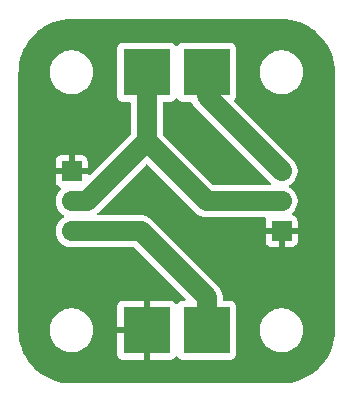
<source format=gbr>
%TF.GenerationSoftware,KiCad,Pcbnew,9.0.7*%
%TF.CreationDate,2026-01-27T19:55:09-08:00*%
%TF.ProjectId,gm_pogopin,676d5f70-6f67-46f7-9069-6e2e6b696361,rev?*%
%TF.SameCoordinates,Original*%
%TF.FileFunction,Copper,L1,Top*%
%TF.FilePolarity,Positive*%
%FSLAX46Y46*%
G04 Gerber Fmt 4.6, Leading zero omitted, Abs format (unit mm)*
G04 Created by KiCad (PCBNEW 9.0.7) date 2026-01-27 19:55:09*
%MOMM*%
%LPD*%
G01*
G04 APERTURE LIST*
%TA.AperFunction,ComponentPad*%
%ADD10R,1.700000X1.700000*%
%TD*%
%TA.AperFunction,ComponentPad*%
%ADD11C,1.700000*%
%TD*%
%TA.AperFunction,SMDPad,CuDef*%
%ADD12R,4.000000X4.000000*%
%TD*%
%TA.AperFunction,ViaPad*%
%ADD13C,1.000000*%
%TD*%
%TA.AperFunction,Conductor*%
%ADD14C,1.700000*%
%TD*%
G04 APERTURE END LIST*
D10*
%TO.P,J2,1,Pin_1*%
%TO.N,GND*%
X163830000Y-89662000D03*
D11*
%TO.P,J2,2,Pin_2*%
%TO.N,VCC*%
X163830000Y-87122000D03*
%TO.P,J2,3,Pin_3*%
%TO.N,/DATA2*%
X163830000Y-84582000D03*
%TD*%
D12*
%TO.P,DATA2,1,Pin_1*%
%TO.N,/DATA2*%
X157480000Y-76200000D03*
%TD*%
%TO.P,VAV,1,Pin_1*%
%TO.N,VCC*%
X152400000Y-76200000D03*
%TD*%
%TO.P,GND,1,Pin_1*%
%TO.N,GND*%
X152400000Y-98044000D03*
%TD*%
%TO.P,DATA1,1,Pin_1*%
%TO.N,/DATA1*%
X157480000Y-98044000D03*
%TD*%
D10*
%TO.P,J1,1,Pin_1*%
%TO.N,GND*%
X146050000Y-84582000D03*
D11*
%TO.P,J1,2,Pin_2*%
%TO.N,VCC*%
X146050000Y-87122000D03*
%TO.P,J1,3,Pin_3*%
%TO.N,/DATA1*%
X146050000Y-89662000D03*
%TD*%
D13*
%TO.N,GND*%
X157850000Y-83300000D03*
X146000000Y-80500000D03*
X163780000Y-80500000D03*
X163805000Y-93500000D03*
X146000000Y-93500000D03*
%TD*%
D14*
%TO.N,/DATA1*%
X157480000Y-95230000D02*
X157480000Y-98044000D01*
X151912000Y-89662000D02*
X157480000Y-95230000D01*
X146050000Y-89662000D02*
X151912000Y-89662000D01*
%TO.N,/DATA2*%
X157480000Y-78232000D02*
X163830000Y-84582000D01*
X157480000Y-76200000D02*
X157480000Y-78232000D01*
%TO.N,VCC*%
X157488000Y-87122000D02*
X152400000Y-82034000D01*
X163830000Y-87122000D02*
X157488000Y-87122000D01*
X147312000Y-87122000D02*
X146050000Y-87122000D01*
X152400000Y-82034000D02*
X147312000Y-87122000D01*
X152400000Y-76200000D02*
X152400000Y-82034000D01*
%TD*%
%TA.AperFunction,Conductor*%
%TO.N,GND*%
G36*
X155027682Y-78433052D02*
G01*
X155039263Y-78446417D01*
X155122454Y-78557546D01*
X155142214Y-78572338D01*
X155237664Y-78643793D01*
X155237671Y-78643797D01*
X155372517Y-78694091D01*
X155372516Y-78694091D01*
X155379444Y-78694835D01*
X155432127Y-78700500D01*
X156127023Y-78700499D01*
X156194062Y-78720183D01*
X156237508Y-78768204D01*
X156324951Y-78939819D01*
X156449889Y-79111784D01*
X156449893Y-79111788D01*
X156449896Y-79111792D01*
X156600208Y-79262104D01*
X156604538Y-79266434D01*
X156604549Y-79266444D01*
X162897923Y-85559819D01*
X162931408Y-85621142D01*
X162926424Y-85690834D01*
X162884552Y-85746767D01*
X162819088Y-85771184D01*
X162810242Y-85771500D01*
X158098757Y-85771500D01*
X158031718Y-85751815D01*
X158011076Y-85735181D01*
X153786819Y-81510924D01*
X153753334Y-81449601D01*
X153750500Y-81423243D01*
X153750500Y-78824499D01*
X153770185Y-78757460D01*
X153822989Y-78711705D01*
X153874500Y-78700499D01*
X154447871Y-78700499D01*
X154447872Y-78700499D01*
X154507483Y-78694091D01*
X154642331Y-78643796D01*
X154757546Y-78557546D01*
X154840734Y-78446421D01*
X154896667Y-78404551D01*
X154966359Y-78399567D01*
X155027682Y-78433052D01*
G37*
%TD.AperFunction*%
%TA.AperFunction,Conductor*%
G36*
X163832702Y-71700617D02*
G01*
X164216771Y-71717386D01*
X164227506Y-71718326D01*
X164605971Y-71768152D01*
X164616597Y-71770025D01*
X164989284Y-71852648D01*
X164999710Y-71855442D01*
X165363765Y-71970227D01*
X165373911Y-71973920D01*
X165726578Y-72120000D01*
X165736369Y-72124566D01*
X166074942Y-72300816D01*
X166084310Y-72306224D01*
X166406244Y-72511318D01*
X166415105Y-72517523D01*
X166717930Y-72749889D01*
X166726217Y-72756843D01*
X167007635Y-73014715D01*
X167015284Y-73022364D01*
X167273156Y-73303782D01*
X167280110Y-73312069D01*
X167512476Y-73614894D01*
X167518681Y-73623755D01*
X167723775Y-73945689D01*
X167729183Y-73955057D01*
X167905430Y-74293623D01*
X167910002Y-74303427D01*
X168056075Y-74656078D01*
X168059775Y-74666244D01*
X168174554Y-75030278D01*
X168177354Y-75040727D01*
X168259971Y-75413389D01*
X168261849Y-75424042D01*
X168311671Y-75802473D01*
X168312614Y-75813249D01*
X168329382Y-76197297D01*
X168329500Y-76202706D01*
X168329500Y-98041293D01*
X168329382Y-98046702D01*
X168312614Y-98430750D01*
X168311671Y-98441526D01*
X168261849Y-98819957D01*
X168259971Y-98830610D01*
X168177354Y-99203272D01*
X168174554Y-99213721D01*
X168059775Y-99577755D01*
X168056075Y-99587921D01*
X167910002Y-99940572D01*
X167905430Y-99950376D01*
X167729183Y-100288942D01*
X167723775Y-100298310D01*
X167518681Y-100620244D01*
X167512476Y-100629105D01*
X167280110Y-100931930D01*
X167273156Y-100940217D01*
X167015284Y-101221635D01*
X167007635Y-101229284D01*
X166726217Y-101487156D01*
X166717930Y-101494110D01*
X166415105Y-101726476D01*
X166406244Y-101732681D01*
X166084310Y-101937775D01*
X166074942Y-101943183D01*
X165736376Y-102119430D01*
X165726572Y-102124002D01*
X165373921Y-102270075D01*
X165363755Y-102273775D01*
X164999721Y-102388554D01*
X164989272Y-102391354D01*
X164616610Y-102473971D01*
X164605957Y-102475849D01*
X164227526Y-102525671D01*
X164216750Y-102526614D01*
X163832703Y-102543382D01*
X163827294Y-102543500D01*
X146052706Y-102543500D01*
X146047297Y-102543382D01*
X145663249Y-102526614D01*
X145652473Y-102525671D01*
X145274042Y-102475849D01*
X145263389Y-102473971D01*
X144890727Y-102391354D01*
X144880278Y-102388554D01*
X144516244Y-102273775D01*
X144506078Y-102270075D01*
X144153427Y-102124002D01*
X144143623Y-102119430D01*
X143805057Y-101943183D01*
X143795689Y-101937775D01*
X143473755Y-101732681D01*
X143464894Y-101726476D01*
X143162069Y-101494110D01*
X143153782Y-101487156D01*
X142872364Y-101229284D01*
X142864715Y-101221635D01*
X142606843Y-100940217D01*
X142599889Y-100931930D01*
X142367523Y-100629105D01*
X142361318Y-100620244D01*
X142156224Y-100298310D01*
X142150816Y-100288942D01*
X142079205Y-100151379D01*
X142048213Y-100091844D01*
X149900000Y-100091844D01*
X149906401Y-100151372D01*
X149906403Y-100151379D01*
X149956645Y-100286086D01*
X149956649Y-100286093D01*
X150042809Y-100401187D01*
X150042812Y-100401190D01*
X150157906Y-100487350D01*
X150157913Y-100487354D01*
X150292620Y-100537596D01*
X150292627Y-100537598D01*
X150352155Y-100543999D01*
X150352172Y-100544000D01*
X152150000Y-100544000D01*
X152150000Y-98294000D01*
X149900000Y-98294000D01*
X149900000Y-100091844D01*
X142048213Y-100091844D01*
X141974566Y-99950369D01*
X141969997Y-99940572D01*
X141823920Y-99587911D01*
X141820224Y-99577755D01*
X141705442Y-99213710D01*
X141702648Y-99203284D01*
X141620025Y-98830597D01*
X141618152Y-98819971D01*
X141568326Y-98441506D01*
X141567386Y-98430771D01*
X141550618Y-98046702D01*
X141550500Y-98041293D01*
X141550500Y-97922711D01*
X144199500Y-97922711D01*
X144199500Y-98165288D01*
X144231161Y-98405785D01*
X144293947Y-98640104D01*
X144386773Y-98864205D01*
X144386776Y-98864212D01*
X144508064Y-99074289D01*
X144508066Y-99074292D01*
X144508067Y-99074293D01*
X144655733Y-99266736D01*
X144655739Y-99266743D01*
X144827256Y-99438260D01*
X144827262Y-99438265D01*
X145019711Y-99585936D01*
X145229788Y-99707224D01*
X145453900Y-99800054D01*
X145688211Y-99862838D01*
X145868586Y-99886584D01*
X145928711Y-99894500D01*
X145928712Y-99894500D01*
X146171289Y-99894500D01*
X146219388Y-99888167D01*
X146411789Y-99862838D01*
X146646100Y-99800054D01*
X146870212Y-99707224D01*
X147080289Y-99585936D01*
X147272738Y-99438265D01*
X147444265Y-99266738D01*
X147591936Y-99074289D01*
X147713224Y-98864212D01*
X147806054Y-98640100D01*
X147868838Y-98405789D01*
X147900500Y-98165288D01*
X147900500Y-97922712D01*
X147868838Y-97682211D01*
X147806054Y-97447900D01*
X147713224Y-97223788D01*
X147591936Y-97013711D01*
X147444265Y-96821262D01*
X147444260Y-96821256D01*
X147272743Y-96649739D01*
X147272736Y-96649733D01*
X147080293Y-96502067D01*
X147080292Y-96502066D01*
X147080289Y-96502064D01*
X146870212Y-96380776D01*
X146870205Y-96380773D01*
X146646104Y-96287947D01*
X146411785Y-96225161D01*
X146171289Y-96193500D01*
X146171288Y-96193500D01*
X145928712Y-96193500D01*
X145928711Y-96193500D01*
X145688214Y-96225161D01*
X145453895Y-96287947D01*
X145229794Y-96380773D01*
X145229785Y-96380777D01*
X145019706Y-96502067D01*
X144827263Y-96649733D01*
X144827256Y-96649739D01*
X144655739Y-96821256D01*
X144655733Y-96821263D01*
X144508067Y-97013706D01*
X144386777Y-97223785D01*
X144386773Y-97223794D01*
X144293947Y-97447895D01*
X144231161Y-97682214D01*
X144199500Y-97922711D01*
X141550500Y-97922711D01*
X141550500Y-95996155D01*
X149900000Y-95996155D01*
X149900000Y-97794000D01*
X152150000Y-97794000D01*
X152150000Y-95544000D01*
X150352155Y-95544000D01*
X150292627Y-95550401D01*
X150292620Y-95550403D01*
X150157913Y-95600645D01*
X150157906Y-95600649D01*
X150042812Y-95686809D01*
X150042809Y-95686812D01*
X149956649Y-95801906D01*
X149956645Y-95801913D01*
X149906403Y-95936620D01*
X149906401Y-95936627D01*
X149900000Y-95996155D01*
X141550500Y-95996155D01*
X141550500Y-87015713D01*
X144699500Y-87015713D01*
X144699500Y-87228286D01*
X144732753Y-87438239D01*
X144798444Y-87640414D01*
X144894951Y-87829820D01*
X145019890Y-88001786D01*
X145170213Y-88152109D01*
X145342182Y-88277050D01*
X145350946Y-88281516D01*
X145401742Y-88329491D01*
X145418536Y-88397312D01*
X145395998Y-88463447D01*
X145350946Y-88502484D01*
X145342182Y-88506949D01*
X145170213Y-88631890D01*
X145019890Y-88782213D01*
X144894951Y-88954179D01*
X144798444Y-89143585D01*
X144732753Y-89345760D01*
X144699500Y-89555713D01*
X144699500Y-89768286D01*
X144732753Y-89978239D01*
X144798444Y-90180414D01*
X144894951Y-90369820D01*
X145019890Y-90541786D01*
X145170213Y-90692109D01*
X145342179Y-90817048D01*
X145342181Y-90817049D01*
X145342184Y-90817051D01*
X145531588Y-90913557D01*
X145733757Y-90979246D01*
X145943713Y-91012500D01*
X151301243Y-91012500D01*
X151368282Y-91032185D01*
X151388924Y-91048819D01*
X155671924Y-95331819D01*
X155705409Y-95393142D01*
X155700425Y-95462834D01*
X155658553Y-95518767D01*
X155593089Y-95543184D01*
X155584244Y-95543500D01*
X155432130Y-95543500D01*
X155432123Y-95543501D01*
X155372516Y-95549908D01*
X155237671Y-95600202D01*
X155237664Y-95600206D01*
X155122455Y-95686452D01*
X155038953Y-95797995D01*
X154983019Y-95839865D01*
X154913327Y-95844849D01*
X154852004Y-95811363D01*
X154840420Y-95797994D01*
X154757186Y-95686809D01*
X154642093Y-95600649D01*
X154642086Y-95600645D01*
X154507379Y-95550403D01*
X154507372Y-95550401D01*
X154447844Y-95544000D01*
X152650000Y-95544000D01*
X152650000Y-100544000D01*
X154447828Y-100544000D01*
X154447844Y-100543999D01*
X154507372Y-100537598D01*
X154507379Y-100537596D01*
X154642086Y-100487354D01*
X154642093Y-100487350D01*
X154757186Y-100401191D01*
X154840420Y-100290005D01*
X154896354Y-100248134D01*
X154966045Y-100243150D01*
X155027368Y-100276635D01*
X155038953Y-100290004D01*
X155045171Y-100298310D01*
X155122187Y-100401190D01*
X155122455Y-100401547D01*
X155237664Y-100487793D01*
X155237671Y-100487797D01*
X155372517Y-100538091D01*
X155372516Y-100538091D01*
X155379444Y-100538835D01*
X155432127Y-100544500D01*
X159527872Y-100544499D01*
X159587483Y-100538091D01*
X159722331Y-100487796D01*
X159837546Y-100401546D01*
X159923796Y-100286331D01*
X159974091Y-100151483D01*
X159980500Y-100091873D01*
X159980499Y-97922711D01*
X161979500Y-97922711D01*
X161979500Y-98165288D01*
X162011161Y-98405785D01*
X162073947Y-98640104D01*
X162166773Y-98864205D01*
X162166776Y-98864212D01*
X162288064Y-99074289D01*
X162288066Y-99074292D01*
X162288067Y-99074293D01*
X162435733Y-99266736D01*
X162435739Y-99266743D01*
X162607256Y-99438260D01*
X162607262Y-99438265D01*
X162799711Y-99585936D01*
X163009788Y-99707224D01*
X163233900Y-99800054D01*
X163468211Y-99862838D01*
X163648586Y-99886584D01*
X163708711Y-99894500D01*
X163708712Y-99894500D01*
X163951289Y-99894500D01*
X163999388Y-99888167D01*
X164191789Y-99862838D01*
X164426100Y-99800054D01*
X164650212Y-99707224D01*
X164860289Y-99585936D01*
X165052738Y-99438265D01*
X165224265Y-99266738D01*
X165371936Y-99074289D01*
X165493224Y-98864212D01*
X165586054Y-98640100D01*
X165648838Y-98405789D01*
X165680500Y-98165288D01*
X165680500Y-97922712D01*
X165648838Y-97682211D01*
X165586054Y-97447900D01*
X165493224Y-97223788D01*
X165371936Y-97013711D01*
X165224265Y-96821262D01*
X165224260Y-96821256D01*
X165052743Y-96649739D01*
X165052736Y-96649733D01*
X164860293Y-96502067D01*
X164860292Y-96502066D01*
X164860289Y-96502064D01*
X164650212Y-96380776D01*
X164650205Y-96380773D01*
X164426104Y-96287947D01*
X164191785Y-96225161D01*
X163951289Y-96193500D01*
X163951288Y-96193500D01*
X163708712Y-96193500D01*
X163708711Y-96193500D01*
X163468214Y-96225161D01*
X163233895Y-96287947D01*
X163009794Y-96380773D01*
X163009785Y-96380777D01*
X162799706Y-96502067D01*
X162607263Y-96649733D01*
X162607256Y-96649739D01*
X162435739Y-96821256D01*
X162435733Y-96821263D01*
X162288067Y-97013706D01*
X162166777Y-97223785D01*
X162166773Y-97223794D01*
X162073947Y-97447895D01*
X162011161Y-97682214D01*
X161979500Y-97922711D01*
X159980499Y-97922711D01*
X159980499Y-95996128D01*
X159974091Y-95936517D01*
X159923884Y-95801906D01*
X159923797Y-95801671D01*
X159923793Y-95801664D01*
X159837547Y-95686455D01*
X159837544Y-95686452D01*
X159722335Y-95600206D01*
X159722328Y-95600202D01*
X159587482Y-95549908D01*
X159587483Y-95549908D01*
X159527883Y-95543501D01*
X159527881Y-95543500D01*
X159527873Y-95543500D01*
X159527865Y-95543500D01*
X158954500Y-95543500D01*
X158887461Y-95523815D01*
X158841706Y-95471011D01*
X158830500Y-95419500D01*
X158830500Y-95123713D01*
X158797246Y-94913760D01*
X158797246Y-94913757D01*
X158731557Y-94711588D01*
X158635051Y-94522184D01*
X158635049Y-94522181D01*
X158635048Y-94522179D01*
X158510109Y-94350213D01*
X158359791Y-94199895D01*
X154108214Y-89948319D01*
X152946444Y-88786549D01*
X152946435Y-88786539D01*
X152924051Y-88764155D01*
X152791792Y-88631896D01*
X152791788Y-88631893D01*
X152791784Y-88631889D01*
X152619820Y-88506951D01*
X152430414Y-88410444D01*
X152430413Y-88410443D01*
X152430412Y-88410443D01*
X152228243Y-88344754D01*
X152228241Y-88344753D01*
X152228240Y-88344753D01*
X152066957Y-88319208D01*
X152018287Y-88311500D01*
X152018286Y-88311500D01*
X148331758Y-88311500D01*
X148310512Y-88305261D01*
X148288426Y-88303682D01*
X148277642Y-88295609D01*
X148264719Y-88291815D01*
X148250220Y-88275082D01*
X148232492Y-88261812D01*
X148227783Y-88249189D01*
X148218964Y-88239011D01*
X148215812Y-88217095D01*
X148208074Y-88196348D01*
X148210937Y-88183185D01*
X148209020Y-88169853D01*
X148218218Y-88149710D01*
X148222925Y-88128075D01*
X148236194Y-88110348D01*
X148238045Y-88106297D01*
X148244076Y-88099820D01*
X148342104Y-88001792D01*
X148342106Y-88001788D01*
X152312322Y-84031572D01*
X152373641Y-83998090D01*
X152443333Y-84003074D01*
X152487680Y-84031575D01*
X156454770Y-87998665D01*
X156454784Y-87998680D01*
X156457895Y-88001791D01*
X156457896Y-88001792D01*
X156608208Y-88152104D01*
X156608211Y-88152106D01*
X156608215Y-88152110D01*
X156780179Y-88277048D01*
X156780181Y-88277049D01*
X156780184Y-88277051D01*
X156969588Y-88373557D01*
X157171757Y-88439246D01*
X157381714Y-88472501D01*
X157381715Y-88472501D01*
X157599398Y-88472501D01*
X157599422Y-88472500D01*
X162394385Y-88472500D01*
X162461424Y-88492185D01*
X162507179Y-88544989D01*
X162517123Y-88614147D01*
X162510567Y-88639833D01*
X162486403Y-88704619D01*
X162486401Y-88704627D01*
X162480000Y-88764155D01*
X162480000Y-89412000D01*
X163396988Y-89412000D01*
X163364075Y-89469007D01*
X163330000Y-89596174D01*
X163330000Y-89727826D01*
X163364075Y-89854993D01*
X163396988Y-89912000D01*
X162480000Y-89912000D01*
X162480000Y-90559844D01*
X162486401Y-90619372D01*
X162486403Y-90619379D01*
X162536645Y-90754086D01*
X162536649Y-90754093D01*
X162622809Y-90869187D01*
X162622812Y-90869190D01*
X162737906Y-90955350D01*
X162737913Y-90955354D01*
X162872620Y-91005596D01*
X162872627Y-91005598D01*
X162932155Y-91011999D01*
X162932172Y-91012000D01*
X163580000Y-91012000D01*
X163580000Y-90095012D01*
X163637007Y-90127925D01*
X163764174Y-90162000D01*
X163895826Y-90162000D01*
X164022993Y-90127925D01*
X164080000Y-90095012D01*
X164080000Y-91012000D01*
X164727828Y-91012000D01*
X164727844Y-91011999D01*
X164787372Y-91005598D01*
X164787379Y-91005596D01*
X164922086Y-90955354D01*
X164922093Y-90955350D01*
X165037187Y-90869190D01*
X165037190Y-90869187D01*
X165123350Y-90754093D01*
X165123354Y-90754086D01*
X165173596Y-90619379D01*
X165173598Y-90619372D01*
X165179999Y-90559844D01*
X165180000Y-90559827D01*
X165180000Y-89912000D01*
X164263012Y-89912000D01*
X164295925Y-89854993D01*
X164330000Y-89727826D01*
X164330000Y-89596174D01*
X164295925Y-89469007D01*
X164263012Y-89412000D01*
X165180000Y-89412000D01*
X165180000Y-88764172D01*
X165179999Y-88764155D01*
X165173598Y-88704627D01*
X165173596Y-88704620D01*
X165123354Y-88569913D01*
X165123350Y-88569906D01*
X165037190Y-88454812D01*
X165037187Y-88454809D01*
X164922093Y-88368649D01*
X164922088Y-88368646D01*
X164790528Y-88319577D01*
X164734595Y-88277705D01*
X164710178Y-88212241D01*
X164725030Y-88143968D01*
X164746175Y-88115720D01*
X164860104Y-88001792D01*
X164985051Y-87829816D01*
X165081557Y-87640412D01*
X165147246Y-87438243D01*
X165180500Y-87228287D01*
X165180500Y-87015713D01*
X165147246Y-86805757D01*
X165081557Y-86603588D01*
X164985051Y-86414184D01*
X164985049Y-86414181D01*
X164985048Y-86414179D01*
X164860109Y-86242213D01*
X164709786Y-86091890D01*
X164537820Y-85966951D01*
X164537115Y-85966591D01*
X164529054Y-85962485D01*
X164478259Y-85914512D01*
X164461463Y-85846692D01*
X164483999Y-85780556D01*
X164529054Y-85741515D01*
X164537816Y-85737051D01*
X164624471Y-85674093D01*
X164709786Y-85612109D01*
X164709788Y-85612106D01*
X164709792Y-85612104D01*
X164860104Y-85461792D01*
X164860106Y-85461788D01*
X164860109Y-85461786D01*
X164985048Y-85289820D01*
X164985047Y-85289820D01*
X164985051Y-85289816D01*
X165081557Y-85100412D01*
X165147246Y-84898243D01*
X165180500Y-84688287D01*
X165180500Y-84475713D01*
X165147246Y-84265757D01*
X165081557Y-84063588D01*
X164985051Y-83874184D01*
X164985049Y-83874181D01*
X164985048Y-83874179D01*
X164860109Y-83702213D01*
X164709791Y-83551895D01*
X159861248Y-78703353D01*
X159827763Y-78642030D01*
X159832747Y-78572338D01*
X159849662Y-78541361D01*
X159920733Y-78446422D01*
X159923796Y-78442331D01*
X159974091Y-78307483D01*
X159980500Y-78247873D01*
X159980499Y-76078711D01*
X161979500Y-76078711D01*
X161979500Y-76321288D01*
X162011161Y-76561785D01*
X162073947Y-76796104D01*
X162166773Y-77020205D01*
X162166776Y-77020212D01*
X162288064Y-77230289D01*
X162288066Y-77230292D01*
X162288067Y-77230293D01*
X162435733Y-77422736D01*
X162435739Y-77422743D01*
X162607256Y-77594260D01*
X162607262Y-77594265D01*
X162799711Y-77741936D01*
X163009788Y-77863224D01*
X163233900Y-77956054D01*
X163468211Y-78018838D01*
X163648586Y-78042584D01*
X163708711Y-78050500D01*
X163708712Y-78050500D01*
X163951289Y-78050500D01*
X163999388Y-78044167D01*
X164191789Y-78018838D01*
X164426100Y-77956054D01*
X164650212Y-77863224D01*
X164860289Y-77741936D01*
X165052738Y-77594265D01*
X165224265Y-77422738D01*
X165371936Y-77230289D01*
X165493224Y-77020212D01*
X165586054Y-76796100D01*
X165648838Y-76561789D01*
X165680500Y-76321288D01*
X165680500Y-76078712D01*
X165679253Y-76069243D01*
X165648838Y-75838214D01*
X165648838Y-75838211D01*
X165586054Y-75603900D01*
X165493224Y-75379788D01*
X165371936Y-75169711D01*
X165224265Y-74977262D01*
X165224260Y-74977256D01*
X165052743Y-74805739D01*
X165052736Y-74805733D01*
X164860293Y-74658067D01*
X164860292Y-74658066D01*
X164860289Y-74658064D01*
X164650212Y-74536776D01*
X164650205Y-74536773D01*
X164426104Y-74443947D01*
X164191785Y-74381161D01*
X163951289Y-74349500D01*
X163951288Y-74349500D01*
X163708712Y-74349500D01*
X163708711Y-74349500D01*
X163468214Y-74381161D01*
X163233895Y-74443947D01*
X163009794Y-74536773D01*
X163009785Y-74536777D01*
X162799706Y-74658067D01*
X162607263Y-74805733D01*
X162607256Y-74805739D01*
X162435739Y-74977256D01*
X162435733Y-74977263D01*
X162288067Y-75169706D01*
X162166777Y-75379785D01*
X162166773Y-75379794D01*
X162073947Y-75603895D01*
X162011161Y-75838214D01*
X161979500Y-76078711D01*
X159980499Y-76078711D01*
X159980499Y-74152128D01*
X159974091Y-74092517D01*
X159923796Y-73957669D01*
X159923795Y-73957668D01*
X159923793Y-73957664D01*
X159837547Y-73842455D01*
X159837544Y-73842452D01*
X159722335Y-73756206D01*
X159722328Y-73756202D01*
X159587482Y-73705908D01*
X159587483Y-73705908D01*
X159527883Y-73699501D01*
X159527881Y-73699500D01*
X159527873Y-73699500D01*
X159527864Y-73699500D01*
X155432129Y-73699500D01*
X155432123Y-73699501D01*
X155372516Y-73705908D01*
X155237671Y-73756202D01*
X155237664Y-73756206D01*
X155122455Y-73842452D01*
X155039266Y-73953578D01*
X154983332Y-73995448D01*
X154913641Y-74000432D01*
X154852318Y-73966946D01*
X154840734Y-73953578D01*
X154798263Y-73896845D01*
X154757546Y-73842454D01*
X154757544Y-73842453D01*
X154757544Y-73842452D01*
X154642335Y-73756206D01*
X154642328Y-73756202D01*
X154507482Y-73705908D01*
X154507483Y-73705908D01*
X154447883Y-73699501D01*
X154447881Y-73699500D01*
X154447873Y-73699500D01*
X154447864Y-73699500D01*
X150352129Y-73699500D01*
X150352123Y-73699501D01*
X150292516Y-73705908D01*
X150157671Y-73756202D01*
X150157664Y-73756206D01*
X150042455Y-73842452D01*
X150042452Y-73842455D01*
X149956206Y-73957664D01*
X149956202Y-73957671D01*
X149905908Y-74092517D01*
X149899501Y-74152116D01*
X149899501Y-74152123D01*
X149899500Y-74152135D01*
X149899500Y-78247870D01*
X149899501Y-78247876D01*
X149905908Y-78307483D01*
X149956202Y-78442328D01*
X149956206Y-78442335D01*
X150042452Y-78557544D01*
X150042455Y-78557547D01*
X150157664Y-78643793D01*
X150157671Y-78643797D01*
X150202618Y-78660561D01*
X150292517Y-78694091D01*
X150352127Y-78700500D01*
X150925500Y-78700499D01*
X150992539Y-78720183D01*
X151038294Y-78772987D01*
X151049500Y-78824499D01*
X151049500Y-81423243D01*
X151029815Y-81490282D01*
X151013181Y-81510924D01*
X147611681Y-84912424D01*
X147550358Y-84945909D01*
X147480666Y-84940925D01*
X147424733Y-84899053D01*
X147400316Y-84833589D01*
X147400268Y-84832268D01*
X147400000Y-84832000D01*
X146483012Y-84832000D01*
X146515925Y-84774993D01*
X146550000Y-84647826D01*
X146550000Y-84516174D01*
X146515925Y-84389007D01*
X146483012Y-84332000D01*
X147400000Y-84332000D01*
X147400000Y-83684172D01*
X147399999Y-83684155D01*
X147393598Y-83624627D01*
X147393596Y-83624620D01*
X147343354Y-83489913D01*
X147343350Y-83489906D01*
X147257190Y-83374812D01*
X147257187Y-83374809D01*
X147142093Y-83288649D01*
X147142086Y-83288645D01*
X147007379Y-83238403D01*
X147007372Y-83238401D01*
X146947844Y-83232000D01*
X146300000Y-83232000D01*
X146300000Y-84148988D01*
X146242993Y-84116075D01*
X146115826Y-84082000D01*
X145984174Y-84082000D01*
X145857007Y-84116075D01*
X145800000Y-84148988D01*
X145800000Y-83232000D01*
X145152155Y-83232000D01*
X145092627Y-83238401D01*
X145092620Y-83238403D01*
X144957913Y-83288645D01*
X144957906Y-83288649D01*
X144842812Y-83374809D01*
X144842809Y-83374812D01*
X144756649Y-83489906D01*
X144756645Y-83489913D01*
X144706403Y-83624620D01*
X144706401Y-83624627D01*
X144700000Y-83684155D01*
X144700000Y-84332000D01*
X145616988Y-84332000D01*
X145584075Y-84389007D01*
X145550000Y-84516174D01*
X145550000Y-84647826D01*
X145584075Y-84774993D01*
X145616988Y-84832000D01*
X144700000Y-84832000D01*
X144700000Y-85479844D01*
X144706401Y-85539372D01*
X144706403Y-85539379D01*
X144756645Y-85674086D01*
X144756649Y-85674093D01*
X144842809Y-85789187D01*
X144842812Y-85789190D01*
X144957906Y-85875350D01*
X144957913Y-85875354D01*
X145089470Y-85924422D01*
X145145404Y-85966293D01*
X145169821Y-86031758D01*
X145154969Y-86100031D01*
X145133819Y-86128285D01*
X145019889Y-86242215D01*
X144894951Y-86414179D01*
X144798444Y-86603585D01*
X144732753Y-86805760D01*
X144699500Y-87015713D01*
X141550500Y-87015713D01*
X141550500Y-76202706D01*
X141550618Y-76197297D01*
X141555796Y-76078711D01*
X144199500Y-76078711D01*
X144199500Y-76321288D01*
X144231161Y-76561785D01*
X144293947Y-76796104D01*
X144386773Y-77020205D01*
X144386776Y-77020212D01*
X144508064Y-77230289D01*
X144508066Y-77230292D01*
X144508067Y-77230293D01*
X144655733Y-77422736D01*
X144655739Y-77422743D01*
X144827256Y-77594260D01*
X144827262Y-77594265D01*
X145019711Y-77741936D01*
X145229788Y-77863224D01*
X145453900Y-77956054D01*
X145688211Y-78018838D01*
X145868586Y-78042584D01*
X145928711Y-78050500D01*
X145928712Y-78050500D01*
X146171289Y-78050500D01*
X146219388Y-78044167D01*
X146411789Y-78018838D01*
X146646100Y-77956054D01*
X146870212Y-77863224D01*
X147080289Y-77741936D01*
X147272738Y-77594265D01*
X147444265Y-77422738D01*
X147591936Y-77230289D01*
X147713224Y-77020212D01*
X147806054Y-76796100D01*
X147868838Y-76561789D01*
X147900500Y-76321288D01*
X147900500Y-76078712D01*
X147899253Y-76069243D01*
X147868838Y-75838214D01*
X147868838Y-75838211D01*
X147806054Y-75603900D01*
X147713224Y-75379788D01*
X147591936Y-75169711D01*
X147444265Y-74977262D01*
X147444260Y-74977256D01*
X147272743Y-74805739D01*
X147272736Y-74805733D01*
X147080293Y-74658067D01*
X147080292Y-74658066D01*
X147080289Y-74658064D01*
X146870212Y-74536776D01*
X146870205Y-74536773D01*
X146646104Y-74443947D01*
X146411785Y-74381161D01*
X146171289Y-74349500D01*
X146171288Y-74349500D01*
X145928712Y-74349500D01*
X145928711Y-74349500D01*
X145688214Y-74381161D01*
X145453895Y-74443947D01*
X145229794Y-74536773D01*
X145229785Y-74536777D01*
X145019706Y-74658067D01*
X144827263Y-74805733D01*
X144827256Y-74805739D01*
X144655739Y-74977256D01*
X144655733Y-74977263D01*
X144508067Y-75169706D01*
X144386777Y-75379785D01*
X144386773Y-75379794D01*
X144293947Y-75603895D01*
X144231161Y-75838214D01*
X144199500Y-76078711D01*
X141555796Y-76078711D01*
X141556209Y-76069244D01*
X141556209Y-76069243D01*
X141560433Y-75972498D01*
X141567386Y-75813228D01*
X141568326Y-75802495D01*
X141618152Y-75424025D01*
X141620025Y-75413405D01*
X141702649Y-75040709D01*
X141705440Y-75030295D01*
X141820230Y-74666227D01*
X141823917Y-74656095D01*
X141970003Y-74303412D01*
X141974561Y-74293638D01*
X142150822Y-73955045D01*
X142156217Y-73945700D01*
X142361325Y-73623744D01*
X142367515Y-73614905D01*
X142599896Y-73312060D01*
X142606834Y-73303791D01*
X142864726Y-73022352D01*
X142872352Y-73014726D01*
X143153791Y-72756834D01*
X143162060Y-72749896D01*
X143464905Y-72517515D01*
X143473744Y-72511325D01*
X143795700Y-72306217D01*
X143805045Y-72300822D01*
X144143638Y-72124561D01*
X144153412Y-72120003D01*
X144506095Y-71973917D01*
X144516227Y-71970230D01*
X144880295Y-71855440D01*
X144890709Y-71852649D01*
X145263405Y-71770025D01*
X145274025Y-71768152D01*
X145652495Y-71718326D01*
X145663226Y-71717386D01*
X146047297Y-71700617D01*
X146052706Y-71700500D01*
X146115892Y-71700500D01*
X163764108Y-71700500D01*
X163827294Y-71700500D01*
X163832702Y-71700617D01*
G37*
%TD.AperFunction*%
%TD*%
M02*

</source>
